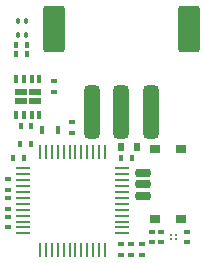
<source format=gbr>
%TF.GenerationSoftware,KiCad,Pcbnew,(5.99.0-7706-gdc1c80beb8)*%
%TF.CreationDate,2020-12-31T13:50:12+03:00*%
%TF.ProjectId,USBtoCANFD,55534274-6f43-4414-9e46-442e6b696361,rev?*%
%TF.SameCoordinates,Original*%
%TF.FileFunction,Paste,Top*%
%TF.FilePolarity,Positive*%
%FSLAX46Y46*%
G04 Gerber Fmt 4.6, Leading zero omitted, Abs format (unit mm)*
G04 Created by KiCad (PCBNEW (5.99.0-7706-gdc1c80beb8)) date 2020-12-31 13:50:12*
%MOMM*%
%LPD*%
G01*
G04 APERTURE LIST*
G04 Aperture macros list*
%AMRoundRect*
0 Rectangle with rounded corners*
0 $1 Rounding radius*
0 $2 $3 $4 $5 $6 $7 $8 $9 X,Y pos of 4 corners*
0 Add a 4 corners polygon primitive as box body*
4,1,4,$2,$3,$4,$5,$6,$7,$8,$9,$2,$3,0*
0 Add four circle primitives for the rounded corners*
1,1,$1+$1,$2,$3,0*
1,1,$1+$1,$4,$5,0*
1,1,$1+$1,$6,$7,0*
1,1,$1+$1,$8,$9,0*
0 Add four rect primitives between the rounded corners*
20,1,$1+$1,$2,$3,$4,$5,0*
20,1,$1+$1,$4,$5,$6,$7,0*
20,1,$1+$1,$6,$7,$8,$9,0*
20,1,$1+$1,$8,$9,$2,$3,0*%
G04 Aperture macros list end*
%ADD10RoundRect,0.045000X-0.235000X0.135000X-0.235000X-0.135000X0.235000X-0.135000X0.235000X0.135000X0*%
%ADD11RoundRect,0.045000X0.185000X-0.135000X0.185000X0.135000X-0.185000X0.135000X-0.185000X-0.135000X0*%
%ADD12RoundRect,0.325000X0.325000X1.925000X-0.325000X1.925000X-0.325000X-1.925000X0.325000X-1.925000X0*%
%ADD13RoundRect,0.199800X0.700200X1.750200X-0.700200X1.750200X-0.700200X-1.750200X0.700200X-1.750200X0*%
%ADD14RoundRect,0.056250X-0.496875X-0.056250X0.496875X-0.056250X0.496875X0.056250X-0.496875X0.056250X0*%
%ADD15RoundRect,0.056250X-0.056250X-0.496875X0.056250X-0.496875X0.056250X0.496875X-0.056250X0.496875X0*%
%ADD16RoundRect,0.045000X0.180000X0.305000X-0.180000X0.305000X-0.180000X-0.305000X0.180000X-0.305000X0*%
%ADD17RoundRect,0.045000X-0.185000X0.135000X-0.185000X-0.135000X0.185000X-0.135000X0.185000X0.135000X0*%
%ADD18RoundRect,0.036000X0.194000X-0.144000X0.194000X0.144000X-0.194000X0.144000X-0.194000X-0.144000X0*%
%ADD19R,0.450000X0.700000*%
%ADD20RoundRect,0.045000X0.135000X0.185000X-0.135000X0.185000X-0.135000X-0.185000X0.135000X-0.185000X0*%
%ADD21RoundRect,0.045000X-0.135000X-0.185000X0.135000X-0.185000X0.135000X0.185000X-0.135000X0.185000X0*%
%ADD22RoundRect,0.200200X0.449800X-0.149800X0.449800X0.149800X-0.449800X0.149800X-0.449800X-0.149800X0*%
%ADD23RoundRect,0.200250X0.249750X-0.174750X0.249750X0.174750X-0.249750X0.174750X-0.249750X-0.174750X0*%
%ADD24RoundRect,0.036000X-0.144000X-0.194000X0.144000X-0.194000X0.144000X0.194000X-0.144000X0.194000X0*%
%ADD25RoundRect,0.036000X0.144000X0.194000X-0.144000X0.194000X-0.144000X-0.194000X0.144000X-0.194000X0*%
%ADD26R,1.000000X0.600000*%
%ADD27R,0.350000X0.650000*%
%ADD28RoundRect,0.036000X-0.194000X0.144000X-0.194000X-0.144000X0.194000X-0.144000X0.194000X0.144000X0*%
%ADD29RoundRect,0.054000X0.126000X-0.176000X0.126000X0.176000X-0.126000X0.176000X-0.126000X-0.176000X0*%
%ADD30C,0.200000*%
G04 APERTURE END LIST*
D10*
%TO.C,D1*%
X153425000Y-84850000D03*
X153425000Y-85750000D03*
%TD*%
D11*
%TO.C,C3*%
X154324999Y-84700000D03*
X154324999Y-83800000D03*
%TD*%
%TO.C,C1*%
X157225000Y-84700000D03*
X157225000Y-83800000D03*
%TD*%
D12*
%TO.C,J2*%
X154200000Y-73650000D03*
X151700000Y-73650000D03*
X149200000Y-73650000D03*
D13*
X157400000Y-66650000D03*
X146000000Y-66650000D03*
%TD*%
D14*
%TO.C,U3*%
X143412500Y-78450000D03*
X143412500Y-78950000D03*
X143412500Y-79450000D03*
X143412500Y-79950000D03*
X143412500Y-80450000D03*
X143412500Y-80950000D03*
X143412500Y-81450000D03*
X143412500Y-81950000D03*
X143412500Y-82450000D03*
X143412500Y-82950000D03*
X143412500Y-83450000D03*
X143412500Y-83950000D03*
D15*
X144825000Y-85362500D03*
X145325000Y-85362500D03*
X145825000Y-85362500D03*
X146325000Y-85362500D03*
X146825000Y-85362500D03*
X147325000Y-85362500D03*
X147825000Y-85362500D03*
X148325000Y-85362500D03*
X148825000Y-85362500D03*
X149325000Y-85362500D03*
X149825000Y-85362500D03*
X150325000Y-85362500D03*
D14*
X151737500Y-83950000D03*
X151737500Y-83450000D03*
X151737500Y-82950000D03*
X151737500Y-82450000D03*
X151737500Y-81950000D03*
X151737500Y-81450000D03*
X151737500Y-80950000D03*
X151737500Y-80450000D03*
X151737500Y-79950000D03*
X151737500Y-79450000D03*
X151737500Y-78950000D03*
X151737500Y-78450000D03*
D15*
X150325000Y-77037500D03*
X149825000Y-77037500D03*
X149325000Y-77037500D03*
X148825000Y-77037500D03*
X148325000Y-77037500D03*
X147825000Y-77037500D03*
X147325000Y-77037500D03*
X146825000Y-77037500D03*
X146325000Y-77037500D03*
X145825000Y-77037500D03*
X145325000Y-77037500D03*
X144825000Y-77037500D03*
%TD*%
D16*
%TO.C,R1*%
X153050000Y-76650000D03*
X151700000Y-76650000D03*
%TD*%
D17*
%TO.C,C6*%
X142075000Y-82525000D03*
X142075000Y-83425000D03*
%TD*%
D18*
%TO.C,R5*%
X147525000Y-75425000D03*
X147525000Y-74525000D03*
%TD*%
D19*
%TO.C,FB1*%
X145025000Y-75225000D03*
X146375000Y-75225000D03*
%TD*%
D20*
%TO.C,C9*%
X144025000Y-76400000D03*
X143125000Y-76400000D03*
%TD*%
D21*
%TO.C,C8*%
X151700000Y-77600000D03*
X152600000Y-77600000D03*
%TD*%
D22*
%TO.C,SW1*%
X153575000Y-78800000D03*
X153575000Y-79800000D03*
X153575000Y-80800000D03*
D23*
X156725000Y-76825000D03*
X154525000Y-76825000D03*
X154525000Y-82775000D03*
X156725000Y-82775000D03*
%TD*%
D24*
%TO.C,R3*%
X142825000Y-67975000D03*
X143725000Y-67975000D03*
%TD*%
D11*
%TO.C,C2*%
X155025000Y-84700000D03*
X155025000Y-83800000D03*
%TD*%
D25*
%TO.C,R2*%
X143725000Y-68775000D03*
X142825000Y-68775000D03*
%TD*%
D17*
%TO.C,C5*%
X146000000Y-71050000D03*
X146000000Y-71950000D03*
%TD*%
D26*
%TO.C,U2*%
X143200000Y-72012500D03*
X144400000Y-72787500D03*
X143200000Y-72787500D03*
X144400000Y-72012500D03*
D27*
X142825000Y-73950000D03*
X143475000Y-73950000D03*
X144125000Y-73950000D03*
X144775000Y-73950000D03*
X144775000Y-70850000D03*
X144125000Y-70850000D03*
X143475000Y-70850000D03*
X142825000Y-70850000D03*
%TD*%
D11*
%TO.C,C7*%
X151675000Y-85750000D03*
X151675000Y-84850000D03*
%TD*%
D20*
%TO.C,C10*%
X143425000Y-77600000D03*
X142525000Y-77600000D03*
%TD*%
D28*
%TO.C,R4*%
X142075001Y-79375000D03*
X142075001Y-80275000D03*
%TD*%
D29*
%TO.C,D3*%
X143625000Y-65975000D03*
X143625000Y-67175000D03*
X142925000Y-65975000D03*
X142925000Y-67175000D03*
%TD*%
D30*
%TO.C,U1*%
X156300000Y-84425000D03*
X155950000Y-84425000D03*
X156300000Y-84075000D03*
X155950000Y-84075000D03*
%TD*%
D17*
%TO.C,C11*%
X142075000Y-80950000D03*
X142075000Y-81850000D03*
%TD*%
D20*
%TO.C,C4*%
X144075000Y-74875000D03*
X143175000Y-74875000D03*
%TD*%
D10*
%TO.C,D2*%
X152525000Y-84850000D03*
X152525000Y-85750000D03*
%TD*%
M02*

</source>
